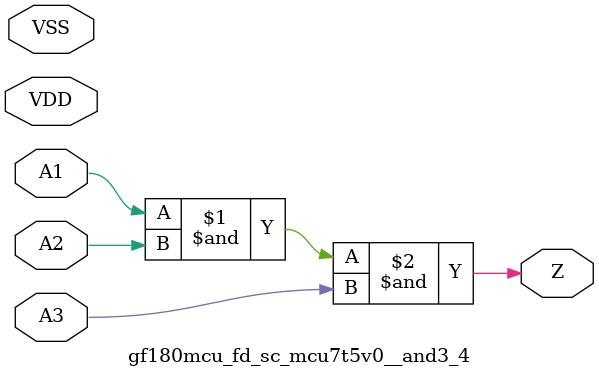
<source format=v>

module gf180mcu_fd_sc_mcu7t5v0__and3_4( A3, A2, A1, Z, VDD, VSS );
input A1, A2, A3;
inout VDD, VSS;
output Z;

	and MGM_BG_0( Z, A1, A2, A3 );

endmodule

</source>
